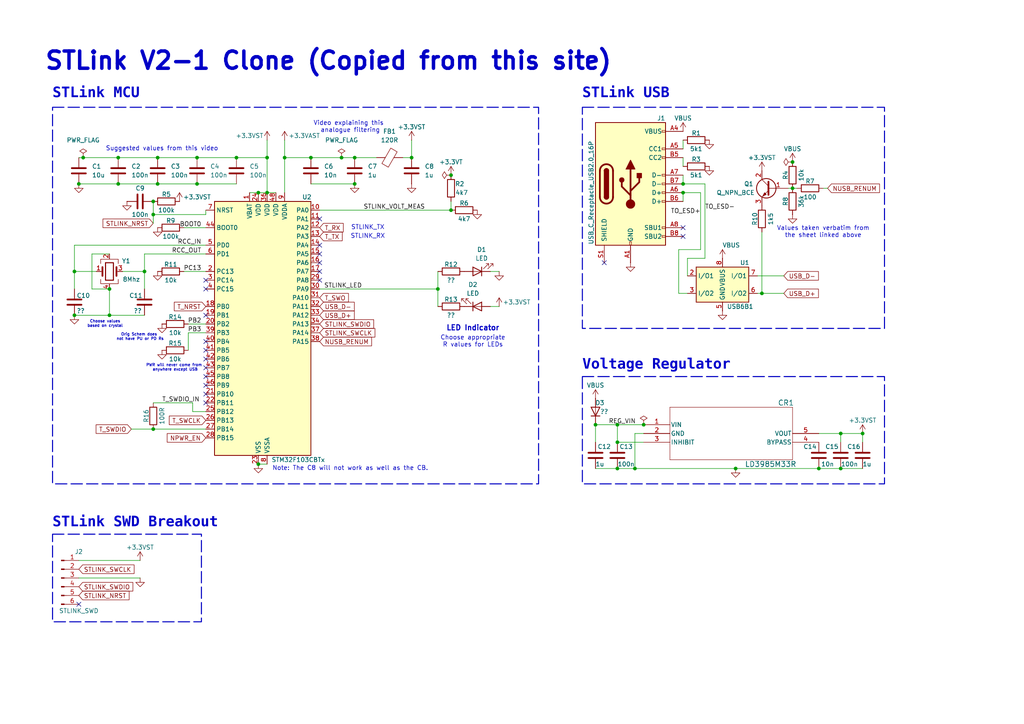
<source format=kicad_sch>
(kicad_sch (version 20231120) (generator "eeschema") (generator_version "8.0")
  (paper "A4")
  (title_block (title "STLink V2-1 Clone") (date "2024-07-12") (rev "0.1") (company "TRT"))
  (lib_symbols
    (symbol "2024-07-13_00-21-46:LD3985M33R" (pin_names (offset 0.254))
      (property "Reference" "CR" (at 25.4 10.16 0))
      (property "Value" "LD3985M33R" (at 25.4 7.62 0))
      (symbol "LD3985M33R_0_1"
        (polyline (pts (xy 7.62 -10.16) (xy 43.18 -10.16)) (stroke (width 0.127)))
        (polyline (pts (xy 7.62 5.08) (xy 7.62 -10.16)) (stroke (width 0.127)))
        (polyline (pts (xy 43.18 -10.16) (xy 43.18 5.08)) (stroke (width 0.127)))
        (polyline (pts (xy 43.18 5.08) (xy 7.62 5.08)) (stroke (width 0.127)))
        (pin power_in line (at 0 0 0) (length 7.62) (name "VIN") (number "1"))
        (pin power_out line (at 0 -2.54 0) (length 7.62) (name "GND") (number "2"))
        (pin input line (at 0 -5.08 0) (length 7.62) (name "INHIBIT") (number "3"))
        (pin unspecified line (at 50.8 -5.08 180) (length 7.62) (name "BYPASS") (number "4"))
        (pin power_in line (at 50.8 -2.54 180) (length 7.62) (name "VOUT") (number "5"))
      )
    )
    (symbol "Connector:Conn_01x06_Pin" (pin_names (offset 1.016) hide)
      (property "Reference" "J" (at 0 7.62 0))
      (property "Value" "Conn_01x06_Pin" (at 0 -10.16 0))
      (symbol "Conn_01x06_Pin_1_1"
        (polyline (pts (xy 1.27 -7.62) (xy 0.8636 -7.62)) (stroke (width 0.1524)))
        (polyline (pts (xy 1.27 -5.08) (xy 0.8636 -5.08)) (stroke (width 0.1524)))
        (polyline (pts (xy 1.27 -2.54) (xy 0.8636 -2.54)) (stroke (width 0.1524)))
        (polyline (pts (xy 1.27 0) (xy 0.8636 0)) (stroke (width 0.1524)))
        (polyline (pts (xy 1.27 2.54) (xy 0.8636 2.54)) (stroke (width 0.1524)))
        (polyline (pts (xy 1.27 5.08) (xy 0.8636 5.08)) (stroke (width 0.1524)))
        (rectangle (start 0.8636 -7.493) (end 0 -7.747) (stroke (width 0.1524)) (fill (type outline)))
        (rectangle (start 0.8636 -4.953) (end 0 -5.207) (stroke (width 0.1524)) (fill (type outline)))
        (rectangle (start 0.8636 -2.413) (end 0 -2.667) (stroke (width 0.1524)) (fill (type outline)))
        (rectangle (start 0.8636 0.127) (end 0 -0.127) (stroke (width 0.1524)) (fill (type outline)))
        (rectangle (start 0.8636 2.667) (end 0 2.413) (stroke (width 0.1524)) (fill (type outline)))
        (rectangle (start 0.8636 5.207) (end 0 4.953) (stroke (width 0.1524)) (fill (type outline)))
        (pin passive line (at 5.08 5.08 180) (length 3.81) (name "Pin_1") (number "1"))
        (pin passive line (at 5.08 2.54 180) (length 3.81) (name "Pin_2") (number "2"))
        (pin passive line (at 5.08 0 180) (length 3.81) (name "Pin_3") (number "3"))
        (pin passive line (at 5.08 -2.54 180) (length 3.81) (name "Pin_4") (number "4"))
        (pin passive line (at 5.08 -5.08 180) (length 3.81) (name "Pin_5") (number "5"))
        (pin passive line (at 5.08 -7.62 180) (length 3.81) (name "Pin_6") (number "6"))
      )
    )
    (symbol "Connector:USB_C_Receptacle_USB2.0_16P" (pin_names (offset 1.016))
      (property "Reference" "J" (at 0 22.225 0))
      (property "Value" "USB_C_Receptacle_USB2.0_16P" (at 0 19.685 0))
      (symbol "USB_C_Receptacle_USB2.0_16P_0_0"
        (rectangle (start -0.254 -17.78) (end 0.254 -16.764))
        (rectangle (start 10.16 -14.986) (end 9.144 -15.494))
        (rectangle (start 10.16 -12.446) (end 9.144 -12.954))
        (rectangle (start 10.16 -4.826) (end 9.144 -5.334))
        (rectangle (start 10.16 -2.286) (end 9.144 -2.794))
        (rectangle (start 10.16 0.254) (end 9.144 -0.254))
        (rectangle (start 10.16 2.794) (end 9.144 2.286))
        (rectangle (start 10.16 7.874) (end 9.144 7.366))
        (rectangle (start 10.16 10.414) (end 9.144 9.906))
        (rectangle (start 10.16 15.494) (end 9.144 14.986))
      )
      (symbol "USB_C_Receptacle_USB2.0_16P_0_1"
        (rectangle (start -10.16 17.78) (end 10.16 -17.78) (stroke (width 0.254)) (fill (type background)))
        (arc (start -8.89 -3.81) (mid -6.985 -5.7067) (end -5.08 -3.81) (stroke (width 0.508)))
        (arc (start -7.62 -3.81) (mid -6.985 -4.4423) (end -6.35 -3.81) (stroke (width 0.254)))
        (arc (start -7.62 -3.81) (mid -6.985 -4.4423) (end -6.35 -3.81) (stroke (width 0.254)) (fill (type outline)))
        (rectangle (start -7.62 -3.81) (end -6.35 3.81) (stroke (width 0.254)) (fill (type outline)))
        (arc (start -6.35 3.81) (mid -6.985 4.4423) (end -7.62 3.81) (stroke (width 0.254)))
        (arc (start -6.35 3.81) (mid -6.985 4.4423) (end -7.62 3.81) (stroke (width 0.254)) (fill (type outline)))
        (arc (start -5.08 3.81) (mid -6.985 5.7067) (end -8.89 3.81) (stroke (width 0.508)))
        (circle (center -2.54 1.143) (radius 0.635) (stroke (width 0.254)) (fill (type outline)))
        (circle (center 0 -5.842) (radius 1.27) (fill (type outline)))
        (polyline (pts (xy -8.89 -3.81) (xy -8.89 3.81)) (stroke (width 0.508)))
        (polyline (pts (xy -5.08 3.81) (xy -5.08 -3.81)) (stroke (width 0.508)))
        (polyline (pts (xy 0 -5.842) (xy 0 4.318)) (stroke (width 0.508)))
        (polyline (pts (xy 0 -3.302) (xy -2.54 -0.762) (xy -2.54 0.508)) (stroke (width 0.508)))
        (polyline (pts (xy 0 -2.032) (xy 2.54 0.508) (xy 2.54 1.778)) (stroke (width 0.508)))
        (polyline (pts (xy -1.27 4.318) (xy 0 6.858) (xy 1.27 4.318) (xy -1.27 4.318)) (stroke (width 0.254)) (fill (type outline)))
        (rectangle (start 1.905 1.778) (end 3.175 3.048) (stroke (width 0.254)) (fill (type outline)))
      )
      (symbol "USB_C_Receptacle_USB2.0_16P_1_1"
        (pin passive line (at 0 -22.86 90) (length 5.08) (name "GND") (number "A1"))
        (pin passive line (at 0 -22.86 90) (length 5.08) hide (name "GND") (number "A12"))
        (pin passive line (at 15.24 15.24 180) (length 5.08) (name "VBUS") (number "A4"))
        (pin bidirectional line (at 15.24 10.16 180) (length 5.08) (name "CC1") (number "A5"))
        (pin bidirectional line (at 15.24 -2.54 180) (length 5.08) (name "D+") (number "A6"))
        (pin bidirectional line (at 15.24 2.54 180) (length 5.08) (name "D-") (number "A7"))
        (pin bidirectional line (at 15.24 -12.7 180) (length 5.08) (name "SBU1") (number "A8"))
        (pin passive line (at 15.24 15.24 180) (length 5.08) hide (name "VBUS") (number "A9"))
        (pin passive line (at 0 -22.86 90) (length 5.08) hide (name "GND") (number "B1"))
        (pin passive line (at 0 -22.86 90) (length 5.08) hide (name "GND") (number "B12"))
        (pin passive line (at 15.24 15.24 180) (length 5.08) hide (name "VBUS") (number "B4"))
        (pin bidirectional line (at 15.24 7.62 180) (length 5.08) (name "CC2") (number "B5"))
        (pin bidirectional line (at 15.24 -5.08 180) (length 5.08) (name "D+") (number "B6"))
        (pin bidirectional line (at 15.24 0 180) (length 5.08) (name "D-") (number "B7"))
        (pin bidirectional line (at 15.24 -15.24 180) (length 5.08) (name "SBU2") (number "B8"))
        (pin passive line (at 15.24 15.24 180) (length 5.08) hide (name "VBUS") (number "B9"))
        (pin passive line (at -7.62 -22.86 90) (length 5.08) (name "SHIELD") (number "S1"))
      )
    )
    (symbol "Device:C" (pin_numbers hide) (pin_names (offset 0.254))
      (property "Reference" "C" (at 0.635 2.54 0))
      (property "Value" "C" (at 0.635 -2.54 0))
      (symbol "C_0_1"
        (polyline (pts (xy -2.032 -0.762) (xy 2.032 -0.762)) (stroke (width 0.508)))
        (polyline (pts (xy -2.032 0.762) (xy 2.032 0.762)) (stroke (width 0.508)))
      )
      (symbol "C_1_1"
        (pin passive line (at 0 3.81 270) (length 2.794) (name "~") (number "1"))
        (pin passive line (at 0 -3.81 90) (length 2.794) (name "~") (number "2"))
      )
    )
    (symbol "Device:Crystal_GND24" (pin_names (offset 1.016) hide)
      (property "Reference" "Y" (at 3.175 5.08 0))
      (property "Value" "Crystal_GND24" (at 3.175 3.175 0))
      (symbol "Crystal_GND24_0_1"
        (rectangle (start -1.143 2.54) (end 1.143 -2.54) (stroke (width 0.3048)))
        (polyline (pts (xy -2.54 0) (xy -2.032 0)))
        (polyline (pts (xy -2.032 -1.27) (xy -2.032 1.27)) (stroke (width 0.508)))
        (polyline (pts (xy 0 -3.81) (xy 0 -3.556)))
        (polyline (pts (xy 0 3.556) (xy 0 3.81)))
        (polyline (pts (xy 2.032 -1.27) (xy 2.032 1.27)) (stroke (width 0.508)))
        (polyline (pts (xy 2.032 0) (xy 2.54 0)))
        (polyline (pts (xy -2.54 -2.286) (xy -2.54 -3.556) (xy 2.54 -3.556) (xy 2.54 -2.286)))
        (polyline (pts (xy -2.54 2.286) (xy -2.54 3.556) (xy 2.54 3.556) (xy 2.54 2.286)))
      )
      (symbol "Crystal_GND24_1_1"
        (pin passive line (at -3.81 0 0) (length 1.27) (name "1") (number "1"))
        (pin passive line (at 0 5.08 270) (length 1.27) (name "2") (number "2"))
        (pin passive line (at 3.81 0 180) (length 1.27) (name "3") (number "3"))
        (pin passive line (at 0 -5.08 90) (length 1.27) (name "4") (number "4"))
      )
    )
    (symbol "Device:D" (pin_numbers hide) (pin_names (offset 1.016) hide)
      (property "Reference" "D" (at 0 2.54 0))
      (property "Value" "D" (at 0 -2.54 0))
      (symbol "D_0_1"
        (polyline (pts (xy -1.27 1.27) (xy -1.27 -1.27)) (stroke (width 0.254)))
        (polyline (pts (xy 1.27 0) (xy -1.27 0)))
        (polyline (pts (xy 1.27 1.27) (xy 1.27 -1.27) (xy -1.27 0) (xy 1.27 1.27)) (stroke (width 0.254)))
      )
      (symbol "D_1_1"
        (pin passive line (at -3.81 0 0) (length 2.54) (name "K") (number "1"))
        (pin passive line (at 3.81 0 180) (length 2.54) (name "A") (number "2"))
      )
    )
    (symbol "Device:FerriteBead" (pin_numbers hide) (pin_names (offset 0))
      (property "Reference" "FB" (at -3.81 0.635 90))
      (property "Value" "FerriteBead" (at 3.81 0 90))
      (symbol "FerriteBead_0_1"
        (polyline (pts (xy 0 -1.27) (xy 0 -1.2192)))
        (polyline (pts (xy 0 1.27) (xy 0 1.2954)))
        (polyline (pts (xy -2.7686 0.4064) (xy -1.7018 2.2606) (xy 2.7686 -0.3048) (xy 1.6764 -2.159) (xy -2.7686 0.4064)))
      )
      (symbol "FerriteBead_1_1"
        (pin passive line (at 0 3.81 270) (length 2.54) (name "~") (number "1"))
        (pin passive line (at 0 -3.81 90) (length 2.54) (name "~") (number "2"))
      )
    )
    (symbol "Device:LED" (pin_numbers hide) (pin_names (offset 1.016) hide)
      (property "Reference" "D" (at 0 2.54 0))
      (property "Value" "LED" (at 0 -2.54 0))
      (symbol "LED_0_1"
        (polyline (pts (xy -1.27 -1.27) (xy -1.27 1.27)) (stroke (width 0.254)))
        (polyline (pts (xy -1.27 0) (xy 1.27 0)))
        (polyline (pts (xy 1.27 -1.27) (xy 1.27 1.27) (xy -1.27 0) (xy 1.27 -1.27)) (stroke (width 0.254)))
        (polyline (pts (xy -3.048 -0.762) (xy -4.572 -2.286) (xy -3.81 -2.286) (xy -4.572 -2.286) (xy -4.572 -1.524)))
        (polyline (pts (xy -1.778 -0.762) (xy -3.302 -2.286) (xy -2.54 -2.286) (xy -3.302 -2.286) (xy -3.302 -1.524)))
      )
      (symbol "LED_1_1"
        (pin passive line (at -3.81 0 0) (length 2.54) (name "K") (number "1"))
        (pin passive line (at 3.81 0 180) (length 2.54) (name "A") (number "2"))
      )
    )
    (symbol "Device:Q_NPN_BCE" (pin_names (offset 0) hide)
      (property "Reference" "Q" (at 5.08 1.27 0))
      (property "Value" "Q_NPN_BCE" (at 5.08 -1.27 0))
      (symbol "Q_NPN_BCE_0_1"
        (polyline (pts (xy 0.635 0.635) (xy 2.54 2.54)))
        (polyline (pts (xy 0.635 -0.635) (xy 2.54 -2.54) (xy 2.54 -2.54)))
        (polyline (pts (xy 0.635 1.905) (xy 0.635 -1.905) (xy 0.635 -1.905)) (stroke (width 0.508)))
        (polyline (pts (xy 1.27 -1.778) (xy 1.778 -1.27) (xy 2.286 -2.286) (xy 1.27 -1.778) (xy 1.27 -1.778)) (fill (type outline)))
        (circle (center 1.27 0) (radius 2.8194) (stroke (width 0.254)))
      )
      (symbol "Q_NPN_BCE_1_1"
        (pin input line (at -5.08 0 0) (length 5.715) (name "B") (number "1"))
        (pin passive line (at 2.54 5.08 270) (length 2.54) (name "C") (number "2"))
        (pin passive line (at 2.54 -5.08 90) (length 2.54) (name "E") (number "3"))
      )
    )
    (symbol "Device:R" (pin_numbers hide) (pin_names (offset 0))
      (property "Reference" "R" (at 2.032 0 90))
      (property "Value" "R" (at 0 0 90))
      (symbol "R_0_1"
        (rectangle (start -1.016 -2.54) (end 1.016 2.54) (stroke (width 0.254)))
      )
      (symbol "R_1_1"
        (pin passive line (at 0 3.81 270) (length 1.27) (name "~") (number "1"))
        (pin passive line (at 0 -3.81 90) (length 1.27) (name "~") (number "2"))
      )
    )
    (symbol "MCU_ST_STM32F1:STM32F103CBTx"
      (property "Reference" "U" (at -12.7 39.37 0))
      (property "Value" "STM32F103CBTx" (at 10.16 39.37 0))
      (symbol "STM32F103CBTx_0_1"
        (rectangle (start -12.7 -35.56) (end 15.24 38.1) (stroke (width 0.254)) (fill (type background)))
      )
      (symbol "STM32F103CBTx_1_1"
        (pin power_in line (at -2.54 40.64 270) (length 2.54) (name "VBAT") (number "1"))
        (pin bidirectional line (at 17.78 35.56 180) (length 2.54) (name "PA0") (number "10"))
        (pin bidirectional line (at 17.78 33.02 180) (length 2.54) (name "PA1") (number "11"))
        (pin bidirectional line (at 17.78 30.48 180) (length 2.54) (name "PA2") (number "12"))
        (pin bidirectional line (at 17.78 27.94 180) (length 2.54) (name "PA3") (number "13"))
        (pin bidirectional line (at 17.78 25.4 180) (length 2.54) (name "PA4") (number "14"))
        (pin bidirectional line (at 17.78 22.86 180) (length 2.54) (name "PA5") (number "15"))
        (pin bidirectional line (at 17.78 20.32 180) (length 2.54) (name "PA6") (number "16"))
        (pin bidirectional line (at 17.78 17.78 180) (length 2.54) (name "PA7") (number "17"))
        (pin bidirectional line (at -15.24 7.62 0) (length 2.54) (name "PB0") (number "18"))
        (pin bidirectional line (at -15.24 5.08 0) (length 2.54) (name "PB1") (number "19"))
        (pin bidirectional line (at -15.24 17.78 0) (length 2.54) (name "PC13") (number "2"))
        (pin bidirectional line (at -15.24 2.54 0) (length 2.54) (name "PB2") (number "20"))
        (pin bidirectional line (at -15.24 -17.78 0) (length 2.54) (name "PB10") (number "21"))
        (pin bidirectional line (at -15.24 -20.32 0) (length 2.54) (name "PB11") (number "22"))
        (pin power_in line (at 0 -38.1 90) (length 2.54) (name "VSS") (number "23"))
        (pin power_in line (at 0 40.64 270) (length 2.54) (name "VDD") (number "24"))
        (pin bidirectional line (at -15.24 -22.86 0) (length 2.54) (name "PB12") (number "25"))
        (pin bidirectional line (at -15.24 -25.4 0) (length 2.54) (name "PB13") (number "26"))
        (pin bidirectional line (at -15.24 -27.94 0) (length 2.54) (name "PB14") (number "27"))
        (pin bidirectional line (at -15.24 -30.48 0) (length 2.54) (name "PB15") (number "28"))
        (pin bidirectional line (at 17.78 15.24 180) (length 2.54) (name "PA8") (number "29"))
        (pin bidirectional line (at -15.24 15.24 0) (length 2.54) (name "PC14") (number "3"))
        (pin bidirectional line (at 17.78 12.7 180) (length 2.54) (name "PA9") (number "30"))
        (pin bidirectional line (at 17.78 10.16 180) (length 2.54) (name "PA10") (number "31"))
        (pin bidirectional line (at 17.78 7.62 180) (length 2.54) (name "PA11") (number "32"))
        (pin bidirectional line (at 17.78 5.08 180) (length 2.54) (name "PA12") (number "33"))
        (pin bidirectional line (at 17.78 2.54 180) (length 2.54) (name "PA13") (number "34"))
        (pin passive line (at 0 -38.1 90) (length 2.54) hide (name "VSS") (number "35"))
        (pin power_in line (at 2.54 40.64 270) (length 2.54) (name "VDD") (number "36"))
        (pin bidirectional line (at 17.78 0 180) (length 2.54) (name "PA14") (number "37"))
        (pin bidirectional line (at 17.78 -2.54 180) (length 2.54) (name "PA15") (number "38"))
        (pin bidirectional line (at -15.24 0 0) (length 2.54) (name "PB3") (number "39"))
        (pin bidirectional line (at -15.24 12.7 0) (length 2.54) (name "PC15") (number "4"))
        (pin bidirectional line (at -15.24 -2.54 0) (length 2.54) (name "PB4") (number "40"))
        (pin bidirectional line (at -15.24 -5.08 0) (length 2.54) (name "PB5") (number "41"))
        (pin bidirectional line (at -15.24 -7.62 0) (length 2.54) (name "PB6") (number "42"))
        (pin bidirectional line (at -15.24 -10.16 0) (length 2.54) (name "PB7") (number "43"))
        (pin input line (at -15.24 30.48 0) (length 2.54) (name "BOOT0") (number "44"))
        (pin bidirectional line (at -15.24 -12.7 0) (length 2.54) (name "PB8") (number "45"))
        (pin bidirectional line (at -15.24 -15.24 0) (length 2.54) (name "PB9") (number "46"))
        (pin passive line (at 0 -38.1 90) (length 2.54) hide (name "VSS") (number "47"))
        (pin power_in line (at 5.08 40.64 270) (length 2.54) (name "VDD") (number "48"))
        (pin bidirectional line (at -15.24 25.4 0) (length 2.54) (name "PD0") (number "5"))
        (pin bidirectional line (at -15.24 22.86 0) (length 2.54) (name "PD1") (number "6"))
        (pin input line (at -15.24 35.56 0) (length 2.54) (name "NRST") (number "7"))
        (pin power_in line (at 2.54 -38.1 90) (length 2.54) (name "VSSA") (number "8"))
        (pin power_in line (at 7.62 40.64 270) (length 2.54) (name "VDDA") (number "9"))
      )
    )
    (symbol "Power_Protection:USB6B1"
      (property "Reference" "U" (at 6.35 6.35 0))
      (property "Value" "USB6B1" (at 5.08 -6.35 0))
      (symbol "USB6B1_0_1"
        (rectangle (start -7.62 -5.08) (end 7.62 5.08) (stroke (width 0.254)) (fill (type background)))
      )
      (symbol "USB6B1_1_1"
        (pin passive line (at 0 7.62 270) (length 2.54) hide (name "VBUS") (number "1"))
        (pin passive line (at -10.16 2.54 0) (length 2.54) (name "I/O1") (number "2"))
        (pin passive line (at -10.16 -2.54 0) (length 2.54) (name "I/O2") (number "3"))
        (pin passive line (at 0 -7.62 90) (length 2.54) hide (name "GND") (number "4"))
        (pin passive line (at 0 -7.62 90) (length 2.54) (name "GND") (number "5"))
        (pin passive line (at 10.16 -2.54 180) (length 2.54) (name "I/O2") (number "6"))
        (pin passive line (at 10.16 2.54 180) (length 2.54) (name "I/O1") (number "7"))
        (pin passive line (at 0 7.62 270) (length 2.54) (name "VBUS") (number "8"))
      )
    )
    (symbol "power:+3.3V" (power) (pin_numbers hide) (pin_names (offset 0) hide)
      (property "Value" "+3.3V" (at 0 3.556 0))
      (symbol "+3.3V_0_1"
        (polyline (pts (xy -0.762 1.27) (xy 0 2.54)))
        (polyline (pts (xy 0 0) (xy 0 2.54)))
        (polyline (pts (xy 0 2.54) (xy 0.762 1.27)))
      )
      (symbol "+3.3V_1_1"
        (pin power_in line (at 0 0 90) (length 0) (name "~") (number "1"))
      )
    )
    (symbol "power:+3.3VA" (power) (pin_numbers hide) (pin_names (offset 0) hide)
      (property "Value" "+3.3VA" (at 0 3.556 0))
      (symbol "+3.3VA_0_1"
        (polyline (pts (xy -0.762 1.27) (xy 0 2.54)))
        (polyline (pts (xy 0 0) (xy 0 2.54)))
        (polyline (pts (xy 0 2.54) (xy 0.762 1.27)))
      )
      (symbol "+3.3VA_1_1"
        (pin power_in line (at 0 0 90) (length 0) (name "~") (number "1"))
      )
    )
    (symbol "power:GND" (power) (pin_numbers hide) (pin_names (offset 0) hide)
      (property "Value" "GND" (at 0 -3.81 0))
      (symbol "GND_0_1"
        (polyline (pts (xy 0 0) (xy 0 -1.27) (xy 1.27 -1.27) (xy 0 -2.54) (xy -1.27 -1.27) (xy 0 -1.27)))
      )
      (symbol "GND_1_1"
        (pin power_in line (at 0 0 270) (length 0) (name "~") (number "1"))
      )
    )
    (symbol "power:PWR_FLAG" (power) (pin_numbers hide) (pin_names (offset 0) hide)
      (property "Value" "PWR_FLAG" (at 0 3.81 0))
      (symbol "PWR_FLAG_0_0"
        (pin power_out line (at 0 0 90) (length 0) (name "~") (number "1"))
      )
      (symbol "PWR_FLAG_0_1"
        (polyline (pts (xy 0 0) (xy 0 1.27) (xy -1.016 1.905) (xy 0 2.54) (xy 1.016 1.905) (xy 0 1.27)))
      )
    )
    (symbol "power:VBUS" (power) (pin_numbers hide) (pin_names (offset 0) hide)
      (property "Value" "VBUS" (at 0 3.556 0))
      (symbol "VBUS_0_1"
        (polyline (pts (xy -0.762 1.27) (xy 0 2.54)))
        (polyline (pts (xy 0 0) (xy 0 2.54)))
        (polyline (pts (xy 0 2.54) (xy 0.762 1.27)))
      )
      (symbol "VBUS_1_1"
        (pin power_in line (at 0 0 90) (length 0) (name "~") (number "1"))
      )
    )
  )
  (junction (at 229.87 46.99))
  (junction (at 127 83.82))
  (junction (at 45.72 53.34))
  (junction (at 22.86 53.34))
  (junction (at 198.12 55.88))
  (junction (at 90.17 45.72))
  (junction (at 31.75 83.82))
  (junction (at 250.19 125.73))
  (junction (at 44.45 124.46))
  (junction (at 82.55 45.72))
  (junction (at 243.84 125.73))
  (junction (at 102.87 45.72))
  (junction (at 21.59 91.44))
  (junction (at 77.47 45.72))
  (junction (at 57.15 45.72))
  (junction (at 44.45 62.23))
  (junction (at 130.81 60.96))
  (junction (at 102.87 53.34))
  (junction (at 198.12 53.34))
  (junction (at 57.15 53.34))
  (junction (at 31.75 91.44))
  (junction (at 44.45 58.42))
  (junction (at 229.87 54.61))
  (junction (at 172.72 123.19))
  (junction (at 237.49 135.89))
  (junction (at 130.81 50.8))
  (junction (at 41.91 78.74))
  (junction (at 179.07 128.27))
  (junction (at 21.59 78.74))
  (junction (at 77.47 55.88))
  (junction (at 68.58 45.72))
  (junction (at 99.06 45.72))
  (junction (at 243.84 135.89))
  (junction (at 24.13 45.72))
  (junction (at 184.15 135.89))
  (junction (at 34.29 45.72))
  (junction (at 213.36 135.89))
  (junction (at 119.38 45.72))
  (junction (at 74.93 134.62))
  (junction (at 186.69 123.19))
  (junction (at 179.07 135.89))
  (junction (at 45.72 45.72))
  (junction (at 74.93 55.88))
  (junction (at 179.07 123.19))
  (junction (at 34.29 53.34))
  (junction (at 220.98 85.09))
  (no_connect (at 59.69 114.3))
  (no_connect (at 59.69 109.22))
  (no_connect (at 59.69 101.6))
  (no_connect (at 59.69 83.82))
  (no_connect (at 22.86 175.26))
  (no_connect (at 59.69 91.44))
  (no_connect (at 198.12 68.58))
  (no_connect (at 92.71 73.66))
  (no_connect (at 59.69 81.28))
  (no_connect (at 59.69 99.06))
  (no_connect (at 92.71 81.28))
  (no_connect (at 198.12 66.04))
  (no_connect (at 59.69 106.68))
  (no_connect (at 59.69 111.76))
  (no_connect (at 92.71 63.5))
  (no_connect (at 92.71 71.12))
  (no_connect (at 92.71 76.2))
  (no_connect (at 59.69 116.84))
  (no_connect (at 175.26 76.2))
  (no_connect (at 92.71 78.74))
  (no_connect (at 59.69 104.14))
  (wire (pts (xy 237.49 135.89) (xy 243.84 135.89)))
  (wire (pts (xy 74.93 55.88) (xy 72.39 55.88)))
  (wire (pts (xy 38.1 124.46) (xy 44.45 124.46)))
  (wire (pts (xy 54.61 96.52) (xy 54.61 101.6)))
  (wire (pts (xy 55.88 119.38) (xy 59.69 119.38)))
  (wire (pts (xy 198.12 53.34) (xy 204.47 53.34)))
  (wire (pts (xy 57.15 53.34) (xy 68.58 53.34)))
  (wire (pts (xy 142.24 78.74) (xy 144.78 78.74)))
  (wire (pts (xy 184.15 125.73) (xy 184.15 135.89)))
  (wire (pts (xy 54.61 93.98) (xy 59.69 93.98)))
  (wire (pts (xy 34.29 53.34) (xy 45.72 53.34)))
  (wire (pts (xy 82.55 40.64) (xy 82.55 45.72)))
  (wire (pts (xy 92.71 83.82) (xy 127 83.82)))
  (wire (pts (xy 243.84 125.73) (xy 250.19 125.73)))
  (wire (pts (xy 198.12 40.64) (xy 198.12 43.18)))
  (wire (pts (xy 102.87 45.72) (xy 99.06 45.72)))
  (wire (pts (xy 196.85 72.39) (xy 196.85 85.09)))
  (wire (pts (xy 172.72 123.19) (xy 179.07 123.19)))
  (wire (pts (xy 237.49 125.73) (xy 243.84 125.73)))
  (wire (pts (xy 31.75 91.44) (xy 41.91 91.44)))
  (wire (pts (xy 74.93 134.62) (xy 77.47 134.62)))
  (wire (pts (xy 44.45 62.23) (xy 59.69 62.23)))
  (wire (pts (xy 127 78.74) (xy 127 83.82)))
  (wire (pts (xy 41.91 73.66) (xy 59.69 73.66)))
  (wire (pts (xy 21.59 78.74) (xy 21.59 83.82)))
  (wire (pts (xy 220.98 85.09) (xy 227.33 85.09)))
  (wire (pts (xy 34.29 45.72) (xy 45.72 45.72)))
  (wire (pts (xy 77.47 55.88) (xy 74.93 55.88)))
  (wire (pts (xy 44.45 58.42) (xy 44.45 62.23)))
  (wire (pts (xy 196.85 85.09) (xy 199.39 85.09)))
  (wire (pts (xy 198.12 50.8) (xy 198.12 53.34)))
  (wire (pts (xy 45.72 53.34) (xy 57.15 53.34)))
  (wire (pts (xy 243.84 125.73) (xy 243.84 128.27)))
  (wire (pts (xy 44.45 116.84) (xy 55.88 116.84)))
  (wire (pts (xy 119.38 40.64) (xy 119.38 45.72)))
  (wire (pts (xy 21.59 71.12) (xy 59.69 71.12)))
  (wire (pts (xy 213.36 135.89) (xy 184.15 135.89)))
  (wire (pts (xy 250.19 125.73) (xy 250.19 128.27)))
  (wire (pts (xy 130.81 58.42) (xy 130.81 60.96)))
  (wire (pts (xy 186.69 123.19) (xy 179.07 123.19)))
  (wire (pts (xy 203.2 55.88) (xy 203.2 72.39)))
  (wire (pts (xy 127 83.82) (xy 127 88.9)))
  (wire (pts (xy 44.45 64.77) (xy 44.45 62.23)))
  (wire (pts (xy 186.69 128.27) (xy 179.07 128.27)))
  (wire (pts (xy 77.47 45.72) (xy 77.47 55.88)))
  (wire (pts (xy 24.13 45.72) (xy 22.86 45.72)))
  (wire (pts (xy 35.56 78.74) (xy 41.91 78.74)))
  (wire (pts (xy 22.86 53.34) (xy 34.29 53.34)))
  (wire (pts (xy 92.71 60.96) (xy 130.81 60.96)))
  (wire (pts (xy 90.17 53.34) (xy 102.87 53.34)))
  (wire (pts (xy 229.87 54.61) (xy 231.14 54.61)))
  (wire (pts (xy 204.47 74.93) (xy 199.39 74.93)))
  (wire (pts (xy 41.91 78.74) (xy 41.91 83.82)))
  (wire (pts (xy 198.12 48.26) (xy 198.12 45.72)))
  (wire (pts (xy 77.47 40.64) (xy 77.47 45.72)))
  (wire (pts (xy 59.69 96.52) (xy 54.61 96.52)))
  (wire (pts (xy 55.88 116.84) (xy 55.88 119.38)))
  (wire (pts (xy 77.47 55.88) (xy 80.01 55.88)))
  (wire (pts (xy 116.84 45.72) (xy 119.38 45.72)))
  (wire (pts (xy 21.59 78.74) (xy 27.94 78.74)))
  (wire (pts (xy 44.45 124.46) (xy 59.69 124.46)))
  (wire (pts (xy 238.76 54.61) (xy 240.03 54.61)))
  (wire (pts (xy 59.69 78.74) (xy 53.34 78.74)))
  (wire (pts (xy 213.36 135.89) (xy 237.49 135.89)))
  (wire (pts (xy 53.34 66.04) (xy 59.69 66.04)))
  (wire (pts (xy 26.67 73.66) (xy 26.67 83.82)))
  (wire (pts (xy 90.17 45.72) (xy 99.06 45.72)))
  (wire (pts (xy 220.98 67.31) (xy 220.98 85.09)))
  (wire (pts (xy 59.69 62.23) (xy 59.69 60.96)))
  (wire (pts (xy 21.59 71.12) (xy 21.59 78.74)))
  (wire (pts (xy 243.84 135.89) (xy 250.19 135.89)))
  (wire (pts (xy 45.72 45.72) (xy 57.15 45.72)))
  (wire (pts (xy 144.78 88.9) (xy 142.24 88.9)))
  (wire (pts (xy 172.72 135.89) (xy 179.07 135.89)))
  (wire (pts (xy 198.12 55.88) (xy 198.12 58.42)))
  (wire (pts (xy 219.71 85.09) (xy 220.98 85.09)))
  (wire (pts (xy 82.55 45.72) (xy 90.17 45.72)))
  (wire (pts (xy 22.86 167.64) (xy 40.64 167.64)))
  (wire (pts (xy 68.58 45.72) (xy 77.47 45.72)))
  (wire (pts (xy 57.15 45.72) (xy 68.58 45.72)))
  (wire (pts (xy 22.86 162.56) (xy 40.64 162.56)))
  (wire (pts (xy 186.69 125.73) (xy 184.15 125.73)))
  (wire (pts (xy 199.39 74.93) (xy 199.39 80.01)))
  (wire (pts (xy 82.55 45.72) (xy 82.55 55.88)))
  (wire (pts (xy 203.2 72.39) (xy 196.85 72.39)))
  (wire (pts (xy 198.12 55.88) (xy 203.2 55.88)))
  (wire (pts (xy 179.07 135.89) (xy 184.15 135.89)))
  (wire (pts (xy 228.6 54.61) (xy 229.87 54.61)))
  (wire (pts (xy 31.75 73.66) (xy 26.67 73.66)))
  (wire (pts (xy 204.47 53.34) (xy 204.47 74.93)))
  (wire (pts (xy 26.67 83.82) (xy 31.75 83.82)))
  (wire (pts (xy 219.71 80.01) (xy 227.33 80.01)))
  (wire (pts (xy 31.75 83.82) (xy 31.75 91.44)))
  (wire (pts (xy 31.75 91.44) (xy 21.59 91.44)))
  (wire (pts (xy 172.72 123.19) (xy 172.72 128.27)))
  (wire (pts (xy 24.13 45.72) (xy 34.29 45.72)))
  (wire (pts (xy 41.91 73.66) (xy 41.91 78.74)))
  (wire (pts (xy 179.07 128.27) (xy 179.07 123.19)))
  (wire (pts (xy 102.87 45.72) (xy 109.22 45.72)))
  (rectangle (start 168.91 31.115) (end 256.54 95.25) (stroke (width 0.3) (type dash)))
  (rectangle (start 15.24 154.94) (end 58.42 180.34) (stroke (width 0.3) (type dash)))
  (rectangle (start 15.24 31.115) (end 156.21 140.335) (stroke (width 0.3) (type dash)))
  (rectangle (start 168.91 109.22) (end 256.54 140.335) (stroke (width 0.3) (type dash)))
  (text "PWR will never come from \nanywhere except USB" (at 50.8 106.68 0) (effects (font (size 0.8 0.8))))
  (text "STLINK_TX" (at 106.68 66.04 0) (effects (font (size 1.27 1.27))))
  (text "STLink V2-1 Clone (Copied from this site)" (at 95.25 17.78 0) (effects (font (size 5 5) (thickness 1) (bold yes))))
  (text "LED Indicator" (at 137.16 95.25 0) (effects (font (size 1.5 1.5) (thickness 0.3) (bold yes))))
  (text "Orig Schem does \nnot have PU or PD Rs" (at 40.64 97.79 0) (effects (font (size 0.8 0.8))))
  (text "Values taken verbatim from\nthe sheet linked above" (at 238.76 67.31 0) (effects (font (size 1.27 1.27))))
  (text "STLink USB" (at 168.91 27.94 0) (effects (font (size 3 3) (thickness 1) (bold yes)) (justify left)))
  (text "STLINK_RX" (at 106.68 68.58 0) (effects (font (size 1.27 1.27))))
  (text "STLink MCU" (at 15.24 27.94 0) (effects (font (size 3 3) (thickness 1) (bold yes)) (justify left)))
  (text "Note: The C8 will not work as well as the CB." (at 101.6 135.89 0) (effects (font (size 1.27 1.27))))
  (text "STLink SWD Breakout" (at 15.24 152.4 0) (effects (font (size 3 3) (thickness 1) (bold yes)) (justify left)))
  (text "Choose values\nbased on crystal" (at 30.48 93.98 0) (effects (font (size 0.8 0.8))))
  (text "Choose appropriate\nR values for LEDs" (at 137.16 99.06 0) (effects (font (size 1.27 1.27))))
  (text "Video explaining this \nanalogue filtering" (at 101.6 36.83 0) (effects (font (size 1.27 1.27))))
  (text "Suggested values from this video\n" (at 46.99 43.18 0) (effects (font (size 1.27 1.27))))
  (text "Voltage Regulator" (at 168.91 106.68 0) (effects (font (size 3 3) (thickness 1) (bold yes)) (justify left)))
  (label "PB2" (at 58.42 93.98 180))
  (label "BOOT0" (at 58.42 66.04 180))
  (label "TO_ESD+" (at 203.2 62.23 180))
  (label "PC13" (at 58.42 78.74 180))
  (label "REG_VIN" (at 176.53 123.19 0))
  (label "T_SWDIO_IN" (at 46.99 116.84 0))
  (label "RCC_IN" (at 58.42 71.12 180))
  (label "RCC_OUT" (at 58.42 73.66 180))
  (label "STLINK_VOLT_MEAS" (at 105.41 60.96 0))
  (label "TO_ESD-" (at 204.47 60.96 0))
  (label "PB3" (at 58.42 96.52 180))
  (label "STLINK_LED" (at 93.98 83.82 0))
  (global_label "T_NRST" (shape input) (at 59.69 88.9 180) (property "Intersheetrefs" "${INTERSHEET_REFS}" (effects (hide yes))))
  (global_label "T_SWO" (shape input) (at 92.71 86.36 0) (property "Intersheetrefs" "${INTERSHEET_REFS}" (effects (hide yes))))
  (global_label "STLINK_SWCLK" (shape input) (at 92.71 96.52 0) (property "Intersheetrefs" "${INTERSHEET_REFS}" (effects (hide yes))))
  (global_label "USB_D-" (shape input) (at 227.33 80.01 0) (property "Intersheetrefs" "${INTERSHEET_REFS}" (effects (hide yes))))
  (global_label "USB_D+" (shape input) (at 227.33 85.09 0) (property "Intersheetrefs" "${INTERSHEET_REFS}" (effects (hide yes))))
  (global_label "STLINK_NRST" (shape input) (at 44.45 64.77 180) (property "Intersheetrefs" "${INTERSHEET_REFS}" (effects (hide yes))))
  (global_label "STLINK_NRST" (shape input) (at 22.86 172.72 0) (property "Intersheetrefs" "${INTERSHEET_REFS}" (effects (hide yes))))
  (global_label "NPWR_EN" (shape input) (at 59.69 127 180) (property "Intersheetrefs" "${INTERSHEET_REFS}" (effects (hide yes))))
  (global_label "T_SWDIO" (shape input) (at 38.1 124.46 180) (property "Intersheetrefs" "${INTERSHEET_REFS}" (effects (hide yes))))
  (global_label "STLINK_SWDIO" (shape input) (at 92.71 93.98 0) (property "Intersheetrefs" "${INTERSHEET_REFS}" (effects (hide yes))))
  (global_label "T_TX" (shape input) (at 92.71 68.58 0) (property "Intersheetrefs" "${INTERSHEET_REFS}" (effects (hide yes))))
  (global_label "T_SWCLK" (shape input) (at 59.69 121.92 180) (property "Intersheetrefs" "${INTERSHEET_REFS}" (effects (hide yes))))
  (global_label "T_RX" (shape input) (at 92.71 66.04 0) (property "Intersheetrefs" "${INTERSHEET_REFS}" (effects (hide yes))))
  (global_label "NUSB_RENUM" (shape input) (at 240.03 54.61 0) (property "Intersheetrefs" "${INTERSHEET_REFS}" (effects (hide yes))))
  (global_label "STLINK_SWDIO" (shape input) (at 22.86 170.18 0) (property "Intersheetrefs" "${INTERSHEET_REFS}" (effects (hide yes))))
  (global_label "USB_D+" (shape input) (at 92.71 91.44 0) (property "Intersheetrefs" "${INTERSHEET_REFS}" (effects (hide yes))))
  (global_label "NUSB_RENUM" (shape input) (at 92.71 99.06 0) (property "Intersheetrefs" "${INTERSHEET_REFS}" (effects (hide yes))))
  (global_label "STLINK_SWCLK" (shape input) (at 22.86 165.1 0) (property "Intersheetrefs" "${INTERSHEET_REFS}" (effects (hide yes))))
  (global_label "USB_D-" (shape input) (at 92.71 88.9 0) (property "Intersheetrefs" "${INTERSHEET_REFS}" (effects (hide yes))))
  (symbol (lib_id "power:GND") (at 182.88 76.2 0) (unit 1)
    (property "Reference" "#PWR021" (effects (hide yes)))
    (property "Value" "GND" (effects (hide yes)))
    (property "Description" "Power symbol creates a global label with name \"GND\" , ground" (effects (hide yes)))
  )
  (symbol (lib_id "Device:C") (at 57.15 49.53 0) (unit 1)
    (property "Reference" "C4" (at 60.96 48.2599 0) (effects (justify left)))
    (property "Value" "100n" (at 60.96 50.7999 0) (effects (justify left)))
    (property "Footprint" "Capacitor_SMD:C_0805_2012Metric" (effects (hide yes)))
    (property "Description" "Unpolarized capacitor" (effects (hide yes)))
  )
  (symbol (lib_id "Device:C") (at 68.58 49.53 0) (unit 1)
    (property "Reference" "C5" (at 72.39 48.2599 0) (effects (justify left)))
    (property "Value" "100n" (at 72.39 50.7999 0) (effects (justify left)))
    (property "Footprint" "Capacitor_SMD:C_0805_2012Metric" (effects (hide yes)))
    (property "Description" "Unpolarized capacitor" (effects (hide yes)))
  )
  (symbol (lib_id "power:GND") (at 74.93 134.62 0) (unit 1)
    (property "Reference" "#PWR029" (effects (hide yes)))
    (property "Value" "GND" (effects (hide yes)))
    (property "Description" "Power symbol creates a global label with name \"GND\" , ground" (effects (hide yes)))
  )
  (symbol (lib_id "Device:C") (at 172.72 132.08 0) (unit 1)
    (property "Reference" "C12" (at 175.26 129.54 0))
    (property "Value" "1u" (at 173.99 134.62 0))
    (property "Footprint" "Capacitor_SMD:C_0805_2012Metric" (effects (hide yes)))
    (property "Description" "Unpolarized capacitor" (effects (hide yes)))
  )
  (symbol (lib_id "power:PWR_FLAG") (at 186.69 123.19 0) (unit 1)
    (property "Reference" "#FLG06" (effects (hide yes)))
    (property "Value" "PWR_FLAG" (effects (hide yes)))
    (property "Description" "Special symbol for telling ERC where power comes from" (effects (hide yes)))
  )
  (symbol (lib_id "Device:R") (at 49.53 78.74 90) (mirror x) (unit 1)
    (property "Reference" "R11" (at 49.53 76.708 90))
    (property "Value" "10k" (at 49.53 81.28 90))
    (property "Footprint" "Resistor_SMD:R_0805_2012Metric" (effects (hide yes)))
    (property "Description" "Resistor" (effects (hide yes)))
  )
  (symbol (lib_id "power:+3.3VA") (at 82.55 40.64 0) (unit 1)
    (property "Reference" "#PWR02" (effects (hide yes)))
    (property "Value" "+3.3VAST" (at 88.265 39.37 0))
    (property "Description" "Power symbol creates a global label with name \"+3.3VA\"" (effects (hide yes)))
  )
  (symbol (lib_id "power:GND") (at 102.87 53.34 0) (unit 1)
    (property "Reference" "#PWR08" (effects (hide yes)))
    (property "Value" "GND" (effects (hide yes)))
    (property "Description" "Power symbol creates a global label with name \"GND\" , ground" (effects (hide yes)))
  )
  (symbol (lib_id "Device:R") (at 49.53 66.04 90) (mirror x) (unit 1)
    (property "Reference" "R9" (at 49.53 64.008 90))
    (property "Value" "100k" (at 49.53 68.58 90))
    (property "Footprint" "Resistor_SMD:R_0805_2012Metric" (effects (hide yes)))
    (property "Description" "Resistor" (effects (hide yes)))
  )
  (symbol (lib_id "power:GND") (at 119.38 53.34 0) (unit 1)
    (property "Reference" "#PWR09" (effects (hide yes)))
    (property "Value" "GND" (effects (hide yes)))
    (property "Description" "Power symbol creates a global label with name \"GND\" , ground" (effects (hide yes)))
  )
  (symbol (lib_id "power:VBUS") (at 209.55 74.93 0) (unit 1)
    (property "Reference" "#PWR020" (effects (hide yes)))
    (property "Value" "VBUS" (at 212.09 71.12 0))
    (property "Description" "Power symbol creates a global label with name \"VBUS\"" (effects (hide yes)))
  )
  (symbol (lib_id "power:+3.3V") (at 250.19 125.73 0) (unit 1)
    (property "Reference" "#PWR028" (effects (hide yes)))
    (property "Value" "+3.3VST" (at 250.19 121.92 0))
    (property "Description" "Power symbol creates a global label with name \"+3.3V\"" (effects (hide yes)))
  )
  (symbol (lib_id "MCU_ST_STM32F1:STM32F103CBTx") (at 74.93 96.52 0) (unit 1)
    (property "Reference" "U2" (at 87.63 57.15 0) (effects (justify left)))
    (property "Value" "STM32F103CBTx" (at 78.74 133.35 0) (effects (justify left)))
    (property "Footprint" "Package_QFP:LQFP-48_7x7mm_P0.5mm" (effects (hide yes)))
    (property "Datasheet" "https://www.st.com/resource/en/datasheet/stm32f103cb.pdf" (effects (hide yes)))
    (property "Description" "STMicroelectronics Arm Cortex-M3 MCU, 128KB flash, 20KB RAM, 72 MHz, 2.0-3.6V, 37 GPIO, LQFP48" (effects (hide yes)))
  )
  (symbol (lib_id "Device:R") (at 50.8 101.6 90) (mirror x) (unit 1)
    (property "Reference" "R15" (at 50.8 99.568 90))
    (property "Value" "10k" (at 50.8 104.14 90))
    (property "Footprint" "Resistor_SMD:R_0805_2012Metric" (effects (hide yes)))
    (property "Description" "Resistor" (effects (hide yes)))
  )
  (symbol (lib_id "Connector:USB_C_Receptacle_USB2.0_16P") (at 182.88 53.34 0) (unit 1)
    (property "Reference" "J1" (at 191.77 34.29 0))
    (property "Value" "USB_C_Receptacle_USB2.0_16P" (at 171.45 55.88 90))
    (property "Datasheet" "https://www.usb.org/sites/default/files/documents/usb_type-c.zip" (effects (hide yes)))
    (property "Description" "USB 2.0-only 16P Type-C Receptacle connector" (effects (hide yes)))
  )
  (symbol (lib_id "Device:R") (at 130.81 54.61 0) (mirror x) (unit 1)
    (property "Reference" "R2" (at 133.35 53.34 0))
    (property "Value" "4k7" (at 132.08 55.88 0) (effects (justify left)))
    (property "Footprint" "Resistor_SMD:R_0805_2012Metric" (effects (hide yes)))
    (property "Description" "Resistor" (effects (hide yes)))
  )
  (symbol (lib_id "Power_Protection:USB6B1") (at 209.55 82.55 0) (unit 1)
    (property "Reference" "U1" (at 214.63 76.2 0) (effects (justify left)))
    (property "Value" "USB6B1" (at 210.82 88.9 0) (effects (justify left)))
    (property "Footprint" "Package_SO:SOIC-8_3.9x4.9mm_P1.27mm" (effects (hide yes)))
    (property "Datasheet" "http://www.st.com/content/ccc/resource/technical/document/datasheet/3e/ec/b2/54/b2/76/47/90/CD00001361.pdf/files/CD00001361.pdf/jcr:content/translations/en.CD00001361.pdf" (effects (hide yes)))
    (property "Description" "5V Data line protection" (effects (hide yes)))
  )
  (symbol (lib_id "power:GND") (at 46.99 101.6 0) (unit 1)
    (property "Reference" "#PWR026" (effects (hide yes)))
    (property "Value" "GND" (effects (hide yes)))
    (property "Description" "Power symbol creates a global label with name \"GND\" , ground" (effects (hide yes)))
  )
  (symbol (lib_id "power:+3.3V") (at 144.78 88.9 0) (unit 1)
    (property "Reference" "#PWR022" (effects (hide yes)))
    (property "Value" "+3.3VST" (at 149.86 87.63 0))
    (property "Description" "Power symbol creates a global label with name \"+3.3V\"" (effects (hide yes)))
  )
  (symbol (lib_id "power:VBUS") (at 229.87 46.99 0) (unit 1)
    (property "Reference" "#PWR010" (effects (hide yes)))
    (property "Value" "VBUS" (at 229.87 43.18 0))
    (property "Description" "Power symbol creates a global label with name \"VBUS\"" (effects (hide yes)))
  )
  (symbol (lib_id "Device:C") (at 41.91 87.63 0) (unit 1)
    (property "Reference" "C11" (at 37.465 85.725 0) (effects (justify left)))
    (property "Value" "??" (at 38.735 90.17 0) (effects (justify left)))
    (property "Footprint" "Capacitor_SMD:C_0805_2012Metric" (effects (hide yes)))
    (property "Description" "Unpolarized capacitor" (effects (hide yes)))
  )
  (symbol (lib_id "power:+3.3V") (at 130.81 50.8 0) (unit 1)
    (property "Reference" "#PWR06" (effects (hide yes)))
    (property "Value" "+3.3VT" (at 130.81 46.99 0))
    (property "Description" "Power symbol creates a global label with name \"+3.3V\"" (effects (hide yes)))
  )
  (symbol (lib_id "Device:Crystal_GND24") (at 31.75 78.74 0) (unit 1)
    (property "Reference" "Y1" (at 36.576 75.692 0))
    (property "Value" "8Mhz" (at 38.1 81.026 0))
    (property "Footprint" "Crystal:Crystal_SMD_Abracon_ABM10-4Pin_2.5x2.0mm" (effects (hide yes)))
    (property "Datasheet" "https://www.mouser.com/datasheet/2/3/ABM10AIG-1774860.pdf" (effects (hide yes)))
    (property "Description" "Four pin crystal, GND on pins 2 and 4" (effects (hide yes)))
  )
  (symbol (lib_id "Device:R") (at 44.45 120.65 0) (unit 1)
    (property "Reference" "R16" (at 42.418 120.65 90))
    (property "Value" "100R" (at 46.99 120.65 90))
    (property "Footprint" "Resistor_SMD:R_0805_2012Metric" (effects (hide yes)))
    (property "Description" "Resistor" (effects (hide yes)))
  )
  (symbol (lib_id "power:GND") (at 45.72 66.04 0) (unit 1)
    (property "Reference" "#PWR016" (effects (hide yes)))
    (property "Value" "GND" (effects (hide yes)))
    (property "Description" "Power symbol creates a global label with name \"GND\" , ground" (effects (hide yes)))
  )
  (symbol (lib_id "2024-07-13_00-21-46:LD3985M33R") (at 186.69 123.19 0) (unit 1)
    (property "Reference" "CR1" (at 227.965 116.84 0) (effects (font (size 1.524 1.524))))
    (property "Value" "LD3985M33R" (at 223.52 134.62 0) (effects (font (size 1.524 1.524))))
    (property "Footprint" "SOT23-5L_STM" (effects (hide yes)))
    (property "Datasheet" "LD3985M33R" (effects (hide yes)))
  )
  (symbol (lib_id "Device:C") (at 34.29 49.53 0) (unit 1)
    (property "Reference" "C2" (at 38.1 48.2599 0) (effects (justify left)))
    (property "Value" "100n" (at 38.1 50.7999 0) (effects (justify left)))
    (property "Footprint" "Capacitor_SMD:C_0805_2012Metric" (effects (hide yes)))
    (property "Description" "Unpolarized capacitor" (effects (hide yes)))
  )
  (symbol (lib_id "power:VBUS") (at 172.72 115.57 0) (unit 1)
    (property "Reference" "#PWR027" (effects (hide yes)))
    (property "Value" "VBUS" (at 172.72 111.76 0))
    (property "Description" "Power symbol creates a global label with name \"VBUS\"" (effects (hide yes)))
  )
  (symbol (lib_id "Device:C") (at 45.72 49.53 0) (unit 1)
    (property "Reference" "C3" (at 49.53 48.2599 0) (effects (justify left)))
    (property "Value" "100n" (at 49.53 50.7999 0) (effects (justify left)))
    (property "Footprint" "Capacitor_SMD:C_0805_2012Metric" (effects (hide yes)))
    (property "Description" "Unpolarized capacitor" (effects (hide yes)))
  )
  (symbol (lib_id "Device:C") (at 250.19 132.08 0) (unit 1)
    (property "Reference" "C16" (at 247.65 129.54 0))
    (property "Value" "1u" (at 251.46 134.62 0))
    (property "Footprint" "Capacitor_SMD:C_0805_2012Metric" (effects (hide yes)))
    (property "Description" "Unpolarized capacitor" (effects (hide yes)))
  )
  (symbol (lib_id "Device:R") (at 50.8 93.98 90) (mirror x) (unit 1)
    (property "Reference" "R14" (at 50.8 91.948 90))
    (property "Value" "10k" (at 50.8 96.52 90))
    (property "Footprint" "Resistor_SMD:R_0805_2012Metric" (effects (hide yes)))
    (property "Description" "Resistor" (effects (hide yes)))
  )
  (symbol (lib_id "Device:C") (at 40.64 58.42 270) (unit 1)
    (property "Reference" "C9" (at 40.64 54.61 90))
    (property "Value" "100n" (at 40.64 62.23 90))
    (property "Footprint" "Capacitor_SMD:C_0805_2012Metric" (effects (hide yes)))
    (property "Description" "Unpolarized capacitor" (effects (hide yes)))
  )
  (symbol (lib_id "power:GND") (at 144.78 78.74 0) (unit 1)
    (property "Reference" "#PWR019" (effects (hide yes)))
    (property "Value" "GND" (effects (hide yes)))
    (property "Description" "Power symbol creates a global label with name \"GND\" , ground" (effects (hide yes)))
  )
  (symbol (lib_id "power:PWR_FLAG") (at 99.06 45.72 0) (unit 1)
    (property "Reference" "#FLG02" (effects (hide yes)))
    (property "Value" "PWR_FLAG" (at 99.06 40.64 0))
    (property "Description" "Special symbol for telling ERC where power comes from" (effects (hide yes)))
  )
  (symbol (lib_id "power:GND") (at 45.72 78.74 0) (unit 1)
    (property "Reference" "#PWR018" (effects (hide yes)))
    (property "Value" "GND" (effects (hide yes)))
    (property "Description" "Power symbol creates a global label with name \"GND\" , ground" (effects (hide yes)))
  )
  (symbol (lib_id "power:PWR_FLAG") (at 130.81 50.8 90) (unit 1)
    (property "Reference" "#FLG04" (effects (hide yes)))
    (property "Value" "PWR_FLAG" (effects (hide yes)))
    (property "Description" "Special symbol for telling ERC where power comes from" (effects (hide yes)))
  )
  (symbol (lib_id "Device:Q_NPN_BCE") (at 223.52 54.61 0) (mirror y) (unit 1)
    (property "Reference" "Q1" (at 217.17 53.34 0))
    (property "Value" "Q_NPN_BCE" (at 213.36 55.88 0))
    (property "Description" "NPN transistor, base/collector/emitter" (effects (hide yes)))
  )
  (symbol (lib_id "Device:R") (at 130.81 78.74 270) (unit 1)
    (property "Reference" "R12" (at 130.81 76.708 90))
    (property "Value" "??" (at 130.81 81.28 90))
    (property "Footprint" "Resistor_SMD:R_0805_2012Metric" (effects (hide yes)))
    (property "Description" "Resistor" (effects (hide yes)))
  )
  (symbol (lib_id "power:GND") (at 22.86 53.34 0) (unit 1)
    (property "Reference" "#PWR07" (effects (hide yes)))
    (property "Value" "GND" (effects (hide yes)))
    (property "Description" "Power symbol creates a global label with name \"GND\" , ground" (effects (hide yes)))
  )
  (symbol (lib_id "power:GND") (at 40.64 167.64 0) (unit 1)
    (property "Reference" "#PWR032" (effects (hide yes)))
    (property "Value" "GND" (effects (hide yes)))
    (property "Description" "Power symbol creates a global label with name \"GND\" , ground" (effects (hide yes)))
  )
  (symbol (lib_id "power:GND") (at 21.59 91.44 0) (unit 1)
    (property "Reference" "#PWR023" (effects (hide yes)))
    (property "Value" "GND" (effects (hide yes)))
    (property "Description" "Power symbol creates a global label with name \"GND\" , ground" (effects (hide yes)))
  )
  (symbol (lib_id "Device:C") (at 21.59 87.63 0) (unit 1)
    (property "Reference" "C10" (at 22.225 85.725 0) (effects (justify left)))
    (property "Value" "??" (at 22.225 90.17 0) (effects (justify left)))
    (property "Footprint" "Capacitor_SMD:C_0805_2012Metric" (effects (hide yes)))
    (property "Description" "Unpolarized capacitor" (effects (hide yes)))
  )
  (symbol (lib_id "Device:D") (at 172.72 119.38 90) (unit 1)
    (property "Reference" "D3" (at 173.99 116.84 90))
    (property "Value" "??" (at 175.26 119.38 90))
    (property "Description" "Diode" (effects (hide yes)))
    (property "Sim.Device" "D" (effects (hide yes)))
    (property "Sim.Pins" "1=K 2=A" (effects (hide yes)))
  )
  (symbol (lib_id "Device:LED") (at 138.43 78.74 180) (unit 1)
    (property "Reference" "D1" (at 139.7 72.39 0))
    (property "Value" "LED" (at 139.7 74.93 0))
    (property "Description" "Light emitting diode" (effects (hide yes)))
  )
  (symbol (lib_id "Device:C") (at 243.84 132.08 0) (unit 1)
    (property "Reference" "C15" (at 241.3 129.54 0))
    (property "Value" "100n" (at 246.38 134.62 0))
    (property "Footprint" "Capacitor_SMD:C_0805_2012Metric" (effects (hide yes)))
    (property "Description" "Unpolarized capacitor" (effects (hide yes)))
  )
  (symbol (lib_id "Device:C") (at 179.07 132.08 0) (unit 1)
    (property "Reference" "C13" (at 181.61 129.54 0))
    (property "Value" "100n" (at 181.61 134.62 0))
    (property "Footprint" "Capacitor_SMD:C_0805_2012Metric" (effects (hide yes)))
    (property "Description" "Unpolarized capacitor" (effects (hide yes)))
  )
  (symbol (lib_id "Device:C") (at 119.38 49.53 0) (unit 1)
    (property "Reference" "C8" (at 123.19 48.2599 0) (effects (justify left)))
    (property "Value" "1u" (at 123.19 50.7999 0) (effects (justify left)))
    (property "Footprint" "Capacitor_SMD:C_0805_2012Metric" (effects (hide yes)))
    (property "Description" "Unpolarized capacitor" (effects (hide yes)))
  )
  (symbol (lib_id "Device:R") (at 234.95 54.61 90) (mirror x) (unit 1)
    (property "Reference" "R7" (at 234.95 52.578 90))
    (property "Value" "100" (at 234.95 57.15 90))
    (property "Footprint" "Resistor_SMD:R_0805_2012Metric" (effects (hide yes)))
    (property "Description" "Resistor" (effects (hide yes)))
  )
  (symbol (lib_id "Device:R") (at 229.87 58.42 0) (unit 1)
    (property "Reference" "R8" (at 227.838 58.42 90))
    (property "Value" "36k" (at 232.41 58.42 90))
    (property "Footprint" "Resistor_SMD:R_0805_2012Metric" (effects (hide yes)))
    (property "Description" "Resistor" (effects (hide yes)))
  )
  (symbol (lib_id "Device:R") (at 130.81 88.9 270) (unit 1)
    (property "Reference" "R13" (at 130.81 86.868 90))
    (property "Value" "??" (at 130.81 91.44 90))
    (property "Footprint" "Resistor_SMD:R_0805_2012Metric" (effects (hide yes)))
    (property "Description" "Resistor" (effects (hide yes)))
  )
  (symbol (lib_id "Device:FerriteBead") (at 113.03 45.72 90) (unit 1)
    (property "Reference" "FB1" (at 112.9792 38.1 90))
    (property "Value" "120R" (at 112.9792 40.64 90))
    (property "Footprint" "Inductor_SMD:L_0805_2012Metric" (effects (hide yes)))
    (property "Description" "Ferrite bead" (effects (hide yes)))
  )
  (symbol (lib_id "Device:C") (at 90.17 49.53 0) (unit 1)
    (property "Reference" "C6" (at 93.98 48.2599 0) (effects (justify left)))
    (property "Value" "10n" (at 93.98 50.7999 0) (effects (justify left)))
    (property "Footprint" "Capacitor_SMD:C_0805_2012Metric" (effects (hide yes)))
    (property "Description" "Unpolarized capacitor" (effects (hide yes)))
  )
  (symbol (lib_id "Device:R") (at 220.98 63.5 0) (unit 1)
    (property "Reference" "R10" (at 218.948 63.5 90))
    (property "Value" "1k5" (at 223.52 63.5 90))
    (property "Footprint" "Resistor_SMD:R_0805_2012Metric" (effects (hide yes)))
    (property "Description" "Resistor" (effects (hide yes)))
  )
  (symbol (lib_id "Device:C") (at 22.86 49.53 0) (unit 1)
    (property "Reference" "C1" (at 26.67 48.2599 0) (effects (justify left)))
    (property "Value" "10u" (at 26.67 50.7999 0) (effects (justify left)))
    (property "Footprint" "Capacitor_SMD:C_0805_2012Metric" (effects (hide yes)))
    (property "Description" "Unpolarized capacitor" (effects (hide yes)))
  )
  (symbol (lib_id "power:+3.3V") (at 52.07 58.42 0) (unit 1)
    (property "Reference" "#PWR014" (effects (hide yes)))
    (property "Value" "+3.3VST" (at 57.15 57.15 0))
    (property "Description" "Power symbol creates a global label with name \"+3.3V\"" (effects (hide yes)))
  )
  (symbol (lib_id "Device:R") (at 48.26 58.42 270) (unit 1)
    (property "Reference" "R5" (at 48.26 56.388 90))
    (property "Value" "100k" (at 48.26 60.96 90))
    (property "Footprint" "Resistor_SMD:R_0805_2012Metric" (effects (hide yes)))
    (property "Description" "Resistor" (effects (hide yes)))
  )
  (symbol (lib_id "Device:LED") (at 138.43 88.9 0) (mirror x) (unit 1)
    (property "Reference" "D2" (at 137.16 82.55 0))
    (property "Value" "LED" (at 137.16 85.09 0))
    (property "Description" "Light emitting diode" (effects (hide yes)))
  )
  (symbol (lib_id "power:+3.3V") (at 77.47 40.64 0) (unit 1)
    (property "Reference" "#PWR01" (effects (hide yes)))
    (property "Value" "+3.3VST" (at 72.39 39.37 0))
    (property "Description" "Power symbol creates a global label with name \"+3.3V\"" (effects (hide yes)))
  )
  (symbol (lib_id "power:PWR_FLAG") (at 24.13 45.72 0) (unit 1)
    (property "Reference" "#FLG01" (effects (hide yes)))
    (property "Value" "PWR_FLAG" (at 24.13 40.64 0))
    (property "Description" "Special symbol for telling ERC where power comes from" (effects (hide yes)))
  )
  (symbol (lib_id "Device:R") (at 201.93 40.64 270) (unit 1)
    (property "Reference" "R1" (at 201.93 38.608 90))
    (property "Value" "5k1" (at 201.93 43.18 90))
    (property "Footprint" "Resistor_SMD:R_0805_2012Metric" (effects (hide yes)))
    (property "Description" "Resistor" (effects (hide yes)))
  )
  (symbol (lib_id "power:PWR_FLAG") (at 229.87 46.99 90) (unit 1)
    (property "Reference" "#FLG05" (effects (hide yes)))
    (property "Value" "PWR_FLAG" (effects (hide yes)))
    (property "Description" "Special symbol for telling ERC where power comes from" (effects (hide yes)))
  )
  (symbol (lib_id "power:+3.3V") (at 40.64 162.56 0) (unit 1)
    (property "Reference" "#PWR031" (effects (hide yes)))
    (property "Value" "+3.3VST" (at 40.64 158.75 0))
    (property "Description" "Power symbol creates a global label with name \"+3.3V\"" (effects (hide yes)))
  )
  (symbol (lib_id "Device:C") (at 237.49 132.08 0) (unit 1)
    (property "Reference" "C14" (at 234.95 129.54 0))
    (property "Value" "10n" (at 240.03 134.62 0))
    (property "Footprint" "Capacitor_SMD:C_0805_2012Metric" (effects (hide yes)))
    (property "Description" "Unpolarized capacitor" (effects (hide yes)))
  )
  (symbol (lib_id "Device:R") (at 134.62 60.96 270) (unit 1)
    (property "Reference" "R6" (at 134.62 58.928 90))
    (property "Value" "4k7" (at 134.62 63.5 90))
    (property "Footprint" "Resistor_SMD:R_0805_2012Metric" (effects (hide yes)))
    (property "Description" "Resistor" (effects (hide yes)))
  )
  (symbol (lib_id "Device:C") (at 102.87 49.53 0) (unit 1)
    (property "Reference" "C7" (at 106.68 48.2599 0) (effects (justify left)))
    (property "Value" "1u" (at 106.68 50.7999 0) (effects (justify left)))
    (property "Footprint" "Capacitor_SMD:C_0805_2012Metric" (effects (hide yes)))
    (property "Description" "Unpolarized capacitor" (effects (hide yes)))
  )
  (symbol (lib_id "power:GND") (at 213.36 135.89 0) (unit 1)
    (property "Reference" "#PWR030" (effects (hide yes)))
    (property "Value" "GND" (effects (hide yes)))
    (property "Description" "Power symbol creates a global label with name \"GND\" , ground" (effects (hide yes)))
  )
  (symbol (lib_id "power:GND") (at 209.55 90.17 0) (unit 1)
    (property "Reference" "#PWR025" (effects (hide yes)))
    (property "Value" "GND" (effects (hide yes)))
    (property "Description" "Power symbol creates a global label with name \"GND\" , ground" (effects (hide yes)))
  )
  (symbol (lib_id "power:GND") (at 36.83 58.42 0) (unit 1)
    (property "Reference" "#PWR013" (effects (hide yes)))
    (property "Value" "GND" (effects (hide yes)))
    (property "Description" "Power symbol creates a global label with name \"GND\" , ground" (effects (hide yes)))
  )
  (symbol (lib_id "power:+3.3V") (at 220.98 49.53 0) (unit 1)
    (property "Reference" "#PWR012" (effects (hide yes)))
    (property "Value" "+3.3VST" (at 220.98 45.72 0))
    (property "Description" "Power symbol creates a global label with name \"+3.3V\"" (effects (hide yes)))
  )
  (symbol (lib_id "power:GND") (at 138.43 60.96 0) (unit 1)
    (property "Reference" "#PWR015" (effects (hide yes)))
    (property "Value" "GND" (effects (hide yes)))
    (property "Description" "Power symbol creates a global label with name \"GND\" , ground" (effects (hide yes)))
  )
  (symbol (lib_id "power:GND") (at 205.74 40.64 0) (unit 1)
    (property "Reference" "#PWR05" (effects (hide yes)))
    (property "Value" "GND" (effects (hide yes)))
    (property "Description" "Power symbol creates a global label with name \"GND\" , ground" (effects (hide yes)))
  )
  (symbol (lib_id "power:GND") (at 229.87 62.23 0) (unit 1)
    (property "Reference" "#PWR017" (effects (hide yes)))
    (property "Value" "GND" (effects (hide yes)))
    (property "Description" "Power symbol creates a global label with name \"GND\" , ground" (effects (hide yes)))
  )
  (symbol (lib_id "Device:R") (at 201.93 48.26 270) (unit 1)
    (property "Reference" "R3" (at 201.93 46.228 90))
    (property "Value" "5k1" (at 201.93 50.8 90))
    (property "Footprint" "Resistor_SMD:R_0805_2012Metric" (effects (hide yes)))
    (property "Description" "Resistor" (effects (hide yes)))
  )
  (symbol (lib_id "power:+3.3V") (at 119.38 40.64 0) (unit 1)
    (property "Reference" "#PWR03" (effects (hide yes)))
    (property "Value" "+3.3VST" (at 119.38 36.83 0))
    (property "Description" "Power symbol creates a global label with name \"+3.3V\"" (effects (hide yes)))
  )
  (symbol (lib_id "power:GND") (at 205.74 48.26 0) (unit 1)
    (property "Reference" "#PWR011" (effects (hide yes)))
    (property "Value" "GND" (effects (hide yes)))
    (property "Description" "Power symbol creates a global label with name \"GND\" , ground" (effects (hide yes)))
  )
  (symbol (lib_id "power:GND") (at 46.99 93.98 0) (unit 1)
    (property "Reference" "#PWR024" (effects (hide yes)))
    (property "Value" "GND" (effects (hide yes)))
    (property "Description" "Power symbol creates a global label with name \"GND\" , ground" (effects (hide yes)))
  )
  (symbol (lib_id "Connector:Conn_01x06_Pin") (at 17.78 167.64 0) (unit 1)
    (property "Reference" "J2" (at 22.86 160.02 0))
    (property "Value" "STLINK_SWD" (at 22.86 177.165 0))
    (property "Description" "Generic connector, single row, 01x06, script generated" (effects (hide yes)))
  )
  (symbol (lib_id "Device:R") (at 229.87 50.8 0) (unit 1)
    (property "Reference" "R4" (at 227.838 50.8 90))
    (property "Value" "10k" (at 232.41 50.8 90))
    (property "Footprint" "Resistor_SMD:R_0805_2012Metric" (effects (hide yes)))
    (property "Description" "Resistor" (effects (hide yes)))
  )
  (symbol (lib_id "power:VBUS") (at 198.12 38.1 0) (unit 1)
    (property "Reference" "#PWR04" (effects (hide yes)))
    (property "Value" "VBUS" (at 198.12 34.29 0))
    (property "Description" "Power symbol creates a global label with name \"VBUS\"" (effects (hide yes)))
  )
)
</source>
